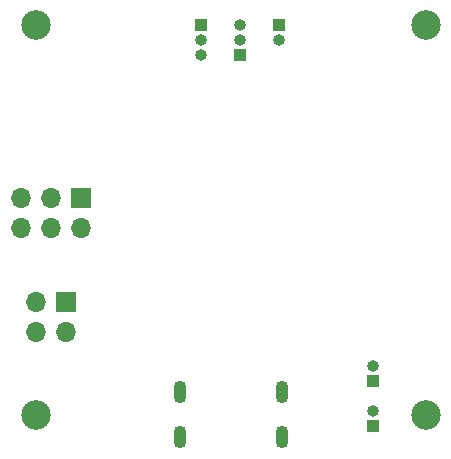
<source format=gbr>
%TF.GenerationSoftware,KiCad,Pcbnew,(7.0.0)*%
%TF.CreationDate,2024-01-31T21:47:27+02:00*%
%TF.ProjectId,FancyLight-V2,46616e63-794c-4696-9768-742d56322e6b,rev?*%
%TF.SameCoordinates,Original*%
%TF.FileFunction,Soldermask,Bot*%
%TF.FilePolarity,Negative*%
%FSLAX46Y46*%
G04 Gerber Fmt 4.6, Leading zero omitted, Abs format (unit mm)*
G04 Created by KiCad (PCBNEW (7.0.0)) date 2024-01-31 21:47:27*
%MOMM*%
%LPD*%
G01*
G04 APERTURE LIST*
%ADD10R,1.000000X1.000000*%
%ADD11O,1.000000X1.000000*%
%ADD12C,2.500000*%
%ADD13R,1.700000X1.700000*%
%ADD14O,1.700000X1.700000*%
%ADD15O,1.100000X1.900000*%
G04 APERTURE END LIST*
D10*
%TO.C,SW1*%
X31999999Y-37469999D03*
D11*
X31999999Y-36199999D03*
%TD*%
D12*
%TO.C,H4*%
X3500000Y-36500000D03*
%TD*%
D13*
%TO.C,J1*%
X7299999Y-18124999D03*
D14*
X7299999Y-20664999D03*
X4759999Y-18124999D03*
X4759999Y-20664999D03*
X2219999Y-18124999D03*
X2219999Y-20664999D03*
%TD*%
D13*
%TO.C,J3*%
X6049999Y-26924999D03*
D14*
X6049999Y-29464999D03*
X3509999Y-26924999D03*
X3509999Y-29464999D03*
%TD*%
D12*
%TO.C,H1*%
X3500000Y-3500000D03*
%TD*%
D10*
%TO.C,J2*%
X17449999Y-3479999D03*
D11*
X17449999Y-4749999D03*
X17449999Y-6019999D03*
%TD*%
D10*
%TO.C,R15*%
X24099999Y-3499999D03*
D11*
X24099999Y-4769999D03*
%TD*%
D12*
%TO.C,H2*%
X36500000Y-3500000D03*
%TD*%
D10*
%TO.C,BT1*%
X31999999Y-33599999D03*
D11*
X31999999Y-32329999D03*
%TD*%
D10*
%TO.C,U5*%
X20749999Y-6019999D03*
D11*
X20749999Y-4749999D03*
X20749999Y-3479999D03*
%TD*%
D12*
%TO.C,H3*%
X36500000Y-36500000D03*
%TD*%
D15*
%TO.C,USB1*%
X15679999Y-34561999D03*
X15679999Y-38362999D03*
X24319999Y-34561999D03*
X24319999Y-38362999D03*
%TD*%
M02*

</source>
